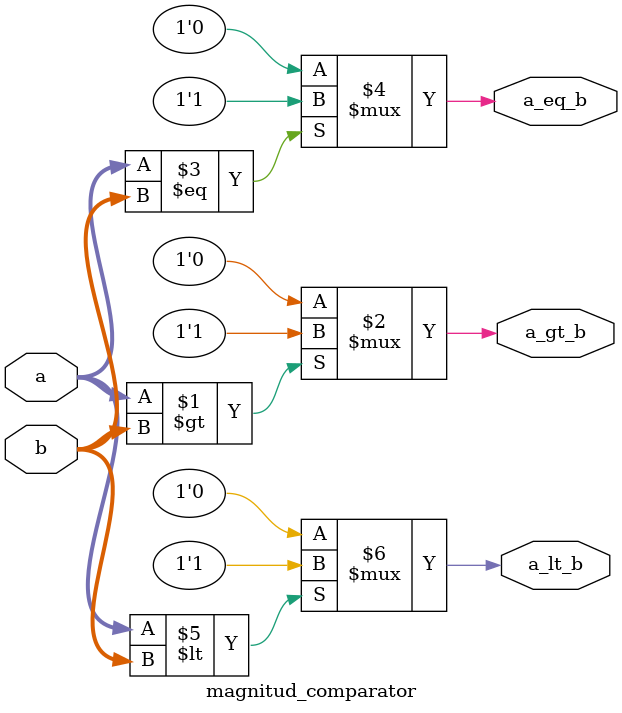
<source format=v>
`timescale 1ns / 1ps
module magnitud_comparator(
    input [3:0] a,
    input [3:0] b,
    output a_gt_b,
    output a_eq_b,
    output a_lt_b
);
    assign a_gt_b = (a > b) ? 1'b1 : 1'b0;
    assign a_eq_b = (a == b) ? 1'b1 : 1'b0;
    assign a_lt_b = (a < b) ? 1'b1 : 1'b0;
endmodule

</source>
